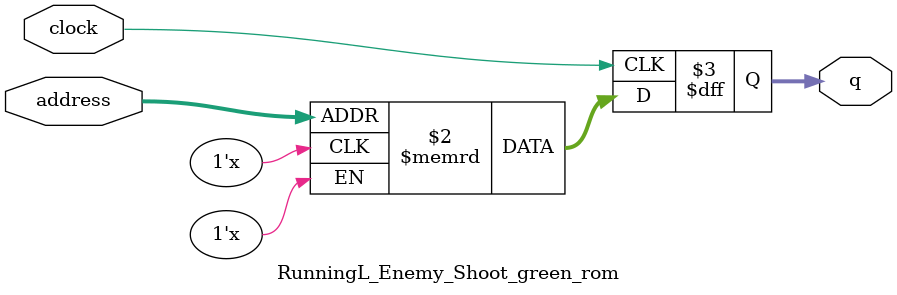
<source format=sv>
module RunningL_Enemy_Shoot_green_rom (
	input logic clock,
	input logic [11:0] address,
	output logic [2:0] q
);

logic [2:0] memory [0:2639] /* synthesis ram_init_file = "./RunningL_Enemy_Shoot_green/RunningL_Enemy_Shoot_green.mif" */;

always_ff @ (posedge clock) begin
	q <= memory[address];
end

endmodule

</source>
